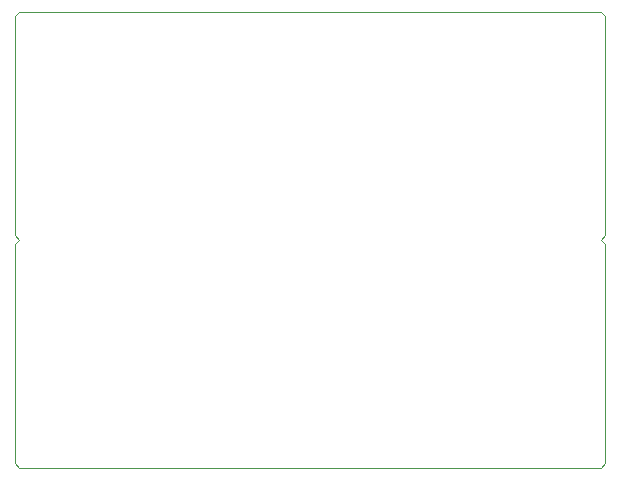
<source format=gbp>
G75*
G70*
%OFA0B0*%
%FSLAX24Y24*%
%IPPOS*%
%LPD*%
%AMOC8*
5,1,8,0,0,1.08239X$1,22.5*
%
%ADD10C,0.0000*%
D10*
X002416Y003180D02*
X002416Y003180D01*
X002259Y003337D01*
X002259Y003338D02*
X002259Y010621D01*
X002416Y010778D01*
X002259Y010936D01*
X002259Y010937D02*
X002259Y018219D01*
X002416Y018377D01*
X021786Y018377D01*
X021944Y018219D01*
X021944Y010936D01*
X021786Y010778D01*
X021944Y010621D01*
X021944Y003337D01*
X021944Y003337D01*
X021786Y003180D01*
X021785Y003180D02*
X002416Y003180D01*
X002416Y010778D02*
X002416Y010778D01*
X021944Y010935D02*
X021944Y010936D01*
M02*

</source>
